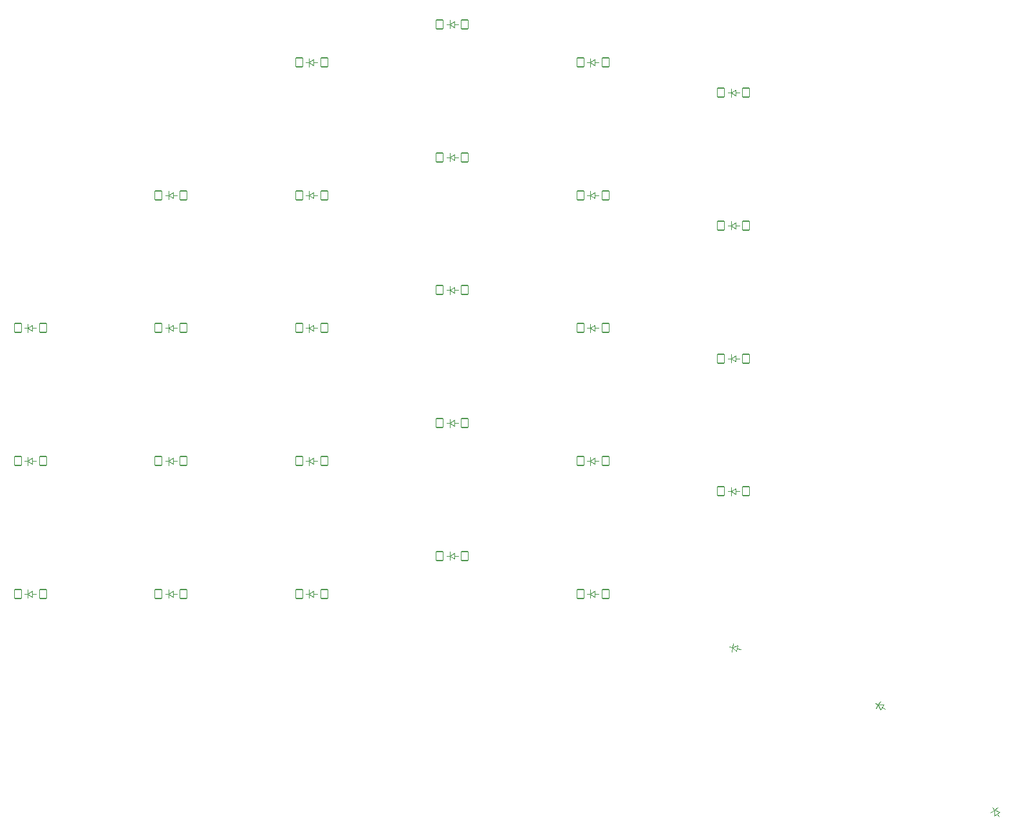
<source format=gbr>
%TF.GenerationSoftware,KiCad,Pcbnew,7.0.1*%
%TF.CreationDate,2023-03-19T14:30:15+01:00*%
%TF.ProjectId,grapto-v3w-left,67726170-746f-42d7-9633-772d6c656674,v1.0.0*%
%TF.SameCoordinates,Original*%
%TF.FileFunction,Legend,Top*%
%TF.FilePolarity,Positive*%
%FSLAX46Y46*%
G04 Gerber Fmt 4.6, Leading zero omitted, Abs format (unit mm)*
G04 Created by KiCad (PCBNEW 7.0.1) date 2023-03-19 14:30:15*
%MOMM*%
%LPD*%
G01*
G04 APERTURE LIST*
G04 Aperture macros list*
%AMRoundRect*
0 Rectangle with rounded corners*
0 $1 Rounding radius*
0 $2 $3 $4 $5 $6 $7 $8 $9 X,Y pos of 4 corners*
0 Add a 4 corners polygon primitive as box body*
4,1,4,$2,$3,$4,$5,$6,$7,$8,$9,$2,$3,0*
0 Add four circle primitives for the rounded corners*
1,1,$1+$1,$2,$3*
1,1,$1+$1,$4,$5*
1,1,$1+$1,$6,$7*
1,1,$1+$1,$8,$9*
0 Add four rect primitives between the rounded corners*
20,1,$1+$1,$2,$3,$4,$5,0*
20,1,$1+$1,$4,$5,$6,$7,0*
20,1,$1+$1,$6,$7,$8,$9,0*
20,1,$1+$1,$8,$9,$2,$3,0*%
%AMHorizOval*
0 Thick line with rounded ends*
0 $1 width*
0 $2 $3 position (X,Y) of the first rounded end (center of the circle)*
0 $4 $5 position (X,Y) of the second rounded end (center of the circle)*
0 Add line between two ends*
20,1,$1,$2,$3,$4,$5,0*
0 Add two circle primitives to create the rounded ends*
1,1,$1,$2,$3*
1,1,$1,$4,$5*%
G04 Aperture macros list end*
%ADD10C,0.100000*%
%ADD11RoundRect,0.050000X-0.450000X-0.600000X0.450000X-0.600000X0.450000X0.600000X-0.450000X0.600000X0*%
%ADD12C,1.801800*%
%ADD13C,3.100000*%
%ADD14C,3.529000*%
%ADD15RoundRect,0.050000X-0.749996X-0.002488X-0.207610X-0.720693X0.749996X0.002488X0.207610X0.720693X0*%
%ADD16RoundRect,0.050000X-0.560587X-0.498239X0.321345X-0.677670X0.560587X0.498239X-0.321345X0.677670X0*%
%ADD17RoundRect,0.050000X-0.700606X-0.267677X0.060800X-0.747531X0.700606X0.267677X-0.060800X0.747531X0*%
%ADD18C,2.100000*%
%ADD19C,1.000000*%
%ADD20C,0.700000*%
%ADD21C,0.750000*%
%ADD22O,1.100000X1.700000*%
%ADD23O,1.100000X2.000000*%
%ADD24RoundRect,0.050000X0.000000X-1.202082X1.202082X0.000000X0.000000X1.202082X-1.202082X0.000000X0*%
%ADD25HorizOval,1.800000X0.000000X0.000000X0.000000X0.000000X0*%
G04 APERTURE END LIST*
D10*
%TO.C,D105*%
X313250000Y-184500000D02*
X313650000Y-184500000D01*
X313650000Y-184500000D02*
X313650000Y-183950000D01*
X313650000Y-184500000D02*
X313650000Y-185050000D01*
X313650000Y-184500000D02*
X314250000Y-184100000D01*
X314250000Y-184100000D02*
X314250000Y-184900000D01*
X314250000Y-184500000D02*
X314750000Y-184500000D01*
X314250000Y-184900000D02*
X313650000Y-184500000D01*
%TO.C,D99*%
X276250000Y-114500000D02*
X276650000Y-114500000D01*
X276650000Y-114500000D02*
X276650000Y-113950000D01*
X276650000Y-114500000D02*
X276650000Y-115050000D01*
X276650000Y-114500000D02*
X277250000Y-114100000D01*
X277250000Y-114100000D02*
X277250000Y-114900000D01*
X277250000Y-114500000D02*
X277750000Y-114500000D01*
X277250000Y-114900000D02*
X276650000Y-114500000D01*
%TO.C,D112*%
X331750000Y-136000000D02*
X332150000Y-136000000D01*
X332150000Y-136000000D02*
X332150000Y-135450000D01*
X332150000Y-136000000D02*
X332150000Y-136550000D01*
X332150000Y-136000000D02*
X332750000Y-135600000D01*
X332750000Y-135600000D02*
X332750000Y-136400000D01*
X332750000Y-136000000D02*
X333250000Y-136000000D01*
X332750000Y-136400000D02*
X332150000Y-136000000D01*
%TO.C,D108*%
X313250000Y-132000000D02*
X313650000Y-132000000D01*
X313650000Y-132000000D02*
X313650000Y-131450000D01*
X313650000Y-132000000D02*
X313650000Y-132550000D01*
X313650000Y-132000000D02*
X314250000Y-131600000D01*
X314250000Y-131600000D02*
X314250000Y-132400000D01*
X314250000Y-132000000D02*
X314750000Y-132000000D01*
X314250000Y-132400000D02*
X313650000Y-132000000D01*
%TO.C,D92*%
X257750000Y-167000000D02*
X258150000Y-167000000D01*
X258150000Y-167000000D02*
X258150000Y-166450000D01*
X258150000Y-167000000D02*
X258150000Y-167550000D01*
X258150000Y-167000000D02*
X258750000Y-166600000D01*
X258750000Y-166600000D02*
X258750000Y-167400000D01*
X258750000Y-167000000D02*
X259250000Y-167000000D01*
X258750000Y-167400000D02*
X258150000Y-167000000D01*
%TO.C,D96*%
X276250000Y-167000000D02*
X276650000Y-167000000D01*
X276650000Y-167000000D02*
X276650000Y-166450000D01*
X276650000Y-167000000D02*
X276650000Y-167550000D01*
X276650000Y-167000000D02*
X277250000Y-166600000D01*
X277250000Y-166600000D02*
X277250000Y-167400000D01*
X277250000Y-167000000D02*
X277750000Y-167000000D01*
X277250000Y-167400000D02*
X276650000Y-167000000D01*
%TO.C,D94*%
X257750000Y-132000000D02*
X258150000Y-132000000D01*
X258150000Y-132000000D02*
X258150000Y-131450000D01*
X258150000Y-132000000D02*
X258150000Y-132550000D01*
X258150000Y-132000000D02*
X258750000Y-131600000D01*
X258750000Y-131600000D02*
X258750000Y-132400000D01*
X258750000Y-132000000D02*
X259250000Y-132000000D01*
X258750000Y-132400000D02*
X258150000Y-132000000D01*
%TO.C,D106*%
X313250000Y-167000000D02*
X313650000Y-167000000D01*
X313650000Y-167000000D02*
X313650000Y-166450000D01*
X313650000Y-167000000D02*
X313650000Y-167550000D01*
X313650000Y-167000000D02*
X314250000Y-166600000D01*
X314250000Y-166600000D02*
X314250000Y-167400000D01*
X314250000Y-167000000D02*
X314750000Y-167000000D01*
X314250000Y-167400000D02*
X313650000Y-167000000D01*
%TO.C,D111*%
X331750000Y-153500000D02*
X332150000Y-153500000D01*
X332150000Y-153500000D02*
X332150000Y-152950000D01*
X332150000Y-153500000D02*
X332150000Y-154050000D01*
X332150000Y-153500000D02*
X332750000Y-153100000D01*
X332750000Y-153100000D02*
X332750000Y-153900000D01*
X332750000Y-153500000D02*
X333250000Y-153500000D01*
X332750000Y-153900000D02*
X332150000Y-153500000D01*
%TO.C,D116*%
X366523690Y-212649592D02*
X366764750Y-212968794D01*
X366764750Y-212968794D02*
X367203653Y-212637336D01*
X366764750Y-212968794D02*
X366325847Y-213300252D01*
X366764750Y-212968794D02*
X367445543Y-213206537D01*
X367445543Y-213206537D02*
X366807139Y-213688658D01*
X367126341Y-213447597D02*
X367427666Y-213846600D01*
X366807139Y-213688658D02*
X366764750Y-212968794D01*
%TO.C,D98*%
X276250000Y-132000000D02*
X276650000Y-132000000D01*
X276650000Y-132000000D02*
X276650000Y-131450000D01*
X276650000Y-132000000D02*
X276650000Y-132550000D01*
X276650000Y-132000000D02*
X277250000Y-131600000D01*
X277250000Y-131600000D02*
X277250000Y-132400000D01*
X277250000Y-132000000D02*
X277750000Y-132000000D01*
X277250000Y-132400000D02*
X276650000Y-132000000D01*
%TO.C,D110*%
X331750000Y-171000000D02*
X332150000Y-171000000D01*
X332150000Y-171000000D02*
X332150000Y-170450000D01*
X332150000Y-171000000D02*
X332150000Y-171550000D01*
X332150000Y-171000000D02*
X332750000Y-170600000D01*
X332750000Y-170600000D02*
X332750000Y-171400000D01*
X332750000Y-171000000D02*
X333250000Y-171000000D01*
X332750000Y-171400000D02*
X332150000Y-171000000D01*
%TO.C,D95*%
X276250000Y-184500000D02*
X276650000Y-184500000D01*
X276650000Y-184500000D02*
X276650000Y-183950000D01*
X276650000Y-184500000D02*
X276650000Y-185050000D01*
X276650000Y-184500000D02*
X277250000Y-184100000D01*
X277250000Y-184100000D02*
X277250000Y-184900000D01*
X277250000Y-184500000D02*
X277750000Y-184500000D01*
X277250000Y-184900000D02*
X276650000Y-184500000D01*
%TO.C,D93*%
X257750000Y-149500000D02*
X258150000Y-149500000D01*
X258150000Y-149500000D02*
X258150000Y-148950000D01*
X258150000Y-149500000D02*
X258150000Y-150050000D01*
X258150000Y-149500000D02*
X258750000Y-149100000D01*
X258750000Y-149100000D02*
X258750000Y-149900000D01*
X258750000Y-149500000D02*
X259250000Y-149500000D01*
X258750000Y-149900000D02*
X258150000Y-149500000D01*
%TO.C,D113*%
X331750000Y-118500000D02*
X332150000Y-118500000D01*
X332150000Y-118500000D02*
X332150000Y-117950000D01*
X332150000Y-118500000D02*
X332150000Y-119050000D01*
X332150000Y-118500000D02*
X332750000Y-118100000D01*
X332750000Y-118100000D02*
X332750000Y-118900000D01*
X332750000Y-118500000D02*
X333250000Y-118500000D01*
X332750000Y-118900000D02*
X332150000Y-118500000D01*
%TO.C,D102*%
X294750000Y-144500000D02*
X295150000Y-144500000D01*
X295150000Y-144500000D02*
X295150000Y-143950000D01*
X295150000Y-144500000D02*
X295150000Y-145050000D01*
X295150000Y-144500000D02*
X295750000Y-144100000D01*
X295750000Y-144100000D02*
X295750000Y-144900000D01*
X295750000Y-144500000D02*
X296250000Y-144500000D01*
X295750000Y-144900000D02*
X295150000Y-144500000D01*
%TO.C,D100*%
X294750000Y-179500000D02*
X295150000Y-179500000D01*
X295150000Y-179500000D02*
X295150000Y-178950000D01*
X295150000Y-179500000D02*
X295150000Y-180050000D01*
X295150000Y-179500000D02*
X295750000Y-179100000D01*
X295750000Y-179100000D02*
X295750000Y-179900000D01*
X295750000Y-179500000D02*
X296250000Y-179500000D01*
X295750000Y-179900000D02*
X295150000Y-179500000D01*
%TO.C,D89*%
X239250000Y-167000000D02*
X239650000Y-167000000D01*
X239650000Y-167000000D02*
X239650000Y-166450000D01*
X239650000Y-167000000D02*
X239650000Y-167550000D01*
X239650000Y-167000000D02*
X240250000Y-166600000D01*
X240250000Y-166600000D02*
X240250000Y-167400000D01*
X240250000Y-167000000D02*
X240750000Y-167000000D01*
X240250000Y-167400000D02*
X239650000Y-167000000D01*
%TO.C,D104*%
X294750000Y-109500000D02*
X295150000Y-109500000D01*
X295150000Y-109500000D02*
X295150000Y-108950000D01*
X295150000Y-109500000D02*
X295150000Y-110050000D01*
X295150000Y-109500000D02*
X295750000Y-109100000D01*
X295750000Y-109100000D02*
X295750000Y-109900000D01*
X295750000Y-109500000D02*
X296250000Y-109500000D01*
X295750000Y-109900000D02*
X295150000Y-109500000D01*
%TO.C,D97*%
X276250000Y-149500000D02*
X276650000Y-149500000D01*
X276650000Y-149500000D02*
X276650000Y-148950000D01*
X276650000Y-149500000D02*
X276650000Y-150050000D01*
X276650000Y-149500000D02*
X277250000Y-149100000D01*
X277250000Y-149100000D02*
X277250000Y-149900000D01*
X277250000Y-149500000D02*
X277750000Y-149500000D01*
X277250000Y-149900000D02*
X276650000Y-149500000D01*
%TO.C,D91*%
X257750000Y-184500000D02*
X258150000Y-184500000D01*
X258150000Y-184500000D02*
X258150000Y-183950000D01*
X258150000Y-184500000D02*
X258150000Y-185050000D01*
X258150000Y-184500000D02*
X258750000Y-184100000D01*
X258750000Y-184100000D02*
X258750000Y-184900000D01*
X258750000Y-184500000D02*
X259250000Y-184500000D01*
X258750000Y-184900000D02*
X258150000Y-184500000D01*
%TO.C,D103*%
X294750000Y-127000000D02*
X295150000Y-127000000D01*
X295150000Y-127000000D02*
X295150000Y-126450000D01*
X295150000Y-127000000D02*
X295150000Y-127550000D01*
X295150000Y-127000000D02*
X295750000Y-126600000D01*
X295750000Y-126600000D02*
X295750000Y-127400000D01*
X295750000Y-127000000D02*
X296250000Y-127000000D01*
X295750000Y-127400000D02*
X295150000Y-127000000D01*
%TO.C,D109*%
X313250000Y-114500000D02*
X313650000Y-114500000D01*
X313650000Y-114500000D02*
X313650000Y-113950000D01*
X313650000Y-114500000D02*
X313650000Y-115050000D01*
X313650000Y-114500000D02*
X314250000Y-114100000D01*
X314250000Y-114100000D02*
X314250000Y-114900000D01*
X314250000Y-114500000D02*
X314750000Y-114500000D01*
X314250000Y-114900000D02*
X313650000Y-114500000D01*
%TO.C,D101*%
X294750000Y-162000000D02*
X295150000Y-162000000D01*
X295150000Y-162000000D02*
X295150000Y-161450000D01*
X295150000Y-162000000D02*
X295150000Y-162550000D01*
X295150000Y-162000000D02*
X295750000Y-161600000D01*
X295750000Y-161600000D02*
X295750000Y-162400000D01*
X295750000Y-162000000D02*
X296250000Y-162000000D01*
X295750000Y-162400000D02*
X295150000Y-162000000D01*
%TO.C,D90*%
X239250000Y-149500000D02*
X239650000Y-149500000D01*
X239650000Y-149500000D02*
X239650000Y-148950000D01*
X239650000Y-149500000D02*
X239650000Y-150050000D01*
X239650000Y-149500000D02*
X240250000Y-149100000D01*
X240250000Y-149100000D02*
X240250000Y-149900000D01*
X240250000Y-149500000D02*
X240750000Y-149500000D01*
X240250000Y-149900000D02*
X239650000Y-149500000D01*
%TO.C,D114*%
X331938839Y-191480789D02*
X332330809Y-191560536D01*
X332330809Y-191560536D02*
X332440462Y-191021578D01*
X332330809Y-191560536D02*
X332221157Y-192099495D01*
X332330809Y-191560536D02*
X332998511Y-191288187D01*
X332998511Y-191288187D02*
X332839017Y-192072127D01*
X332918764Y-191680157D02*
X333408727Y-191779841D01*
X332839017Y-192072127D02*
X332330809Y-191560536D01*
%TO.C,D115*%
X351166229Y-198903914D02*
X351504632Y-199117183D01*
X351504632Y-199117183D02*
X351797876Y-198651879D01*
X351504632Y-199117183D02*
X351211387Y-199582487D01*
X351504632Y-199117183D02*
X352225504Y-199098683D01*
X352225504Y-199098683D02*
X351798967Y-199775489D01*
X352012236Y-199437086D02*
X352435239Y-199703672D01*
X351798967Y-199775489D02*
X351504632Y-199117183D01*
%TO.C,D88*%
X239250000Y-184500000D02*
X239650000Y-184500000D01*
X239650000Y-184500000D02*
X239650000Y-183950000D01*
X239650000Y-184500000D02*
X239650000Y-185050000D01*
X239650000Y-184500000D02*
X240250000Y-184100000D01*
X240250000Y-184100000D02*
X240250000Y-184900000D01*
X240250000Y-184500000D02*
X240750000Y-184500000D01*
X240250000Y-184900000D02*
X239650000Y-184500000D01*
%TO.C,D107*%
X313250000Y-149500000D02*
X313650000Y-149500000D01*
X313650000Y-149500000D02*
X313650000Y-148950000D01*
X313650000Y-149500000D02*
X313650000Y-150050000D01*
X313650000Y-149500000D02*
X314250000Y-149100000D01*
X314250000Y-149100000D02*
X314250000Y-149900000D01*
X314250000Y-149500000D02*
X314750000Y-149500000D01*
X314250000Y-149900000D02*
X313650000Y-149500000D01*
%TD*%
%LPC*%
D11*
%TO.C,D105*%
X312350000Y-184500000D03*
X315650000Y-184500000D03*
%TD*%
D12*
%TO.C,S18*%
X308500000Y-180000000D03*
D13*
X314000000Y-174050000D03*
D14*
X314000000Y-180000000D03*
D13*
X319000000Y-176250000D03*
D12*
X319500000Y-180000000D03*
%TD*%
%TO.C,S103*%
X290000000Y-122500000D03*
D13*
X295500000Y-116550000D03*
D14*
X295500000Y-122500000D03*
D13*
X300500000Y-118750000D03*
D12*
X301000000Y-122500000D03*
%TD*%
%TO.C,S94*%
X253000000Y-127500000D03*
D13*
X258500000Y-121550000D03*
D14*
X258500000Y-127500000D03*
D13*
X263500000Y-123750000D03*
D12*
X264000000Y-127500000D03*
%TD*%
%TO.C,S115*%
X349546967Y-192564317D03*
D13*
X357372377Y-190463019D03*
D14*
X354200006Y-195496761D03*
D13*
X360429435Y-194990092D03*
D12*
X358853045Y-198429205D03*
%TD*%
%TO.C,S98*%
X271500000Y-127500000D03*
D13*
X277000000Y-121550000D03*
D14*
X277000000Y-127500000D03*
D13*
X282000000Y-123750000D03*
D12*
X282500000Y-127500000D03*
%TD*%
%TO.C,S111*%
X327000000Y-149000000D03*
D13*
X332500000Y-143050000D03*
D14*
X332500000Y-149000000D03*
D13*
X337500000Y-145250000D03*
D12*
X338000000Y-149000000D03*
%TD*%
%TO.C,S28*%
X349546967Y-192564317D03*
D13*
X357372377Y-190463019D03*
D14*
X354200006Y-195496761D03*
D13*
X360429435Y-194990092D03*
D12*
X358853045Y-198429205D03*
%TD*%
D11*
%TO.C,D99*%
X275350000Y-114500000D03*
X278650000Y-114500000D03*
%TD*%
D12*
%TO.C,S13*%
X290000000Y-175000000D03*
D13*
X295500000Y-169050000D03*
D14*
X295500000Y-175000000D03*
D13*
X300500000Y-171250000D03*
D12*
X301000000Y-175000000D03*
%TD*%
D11*
%TO.C,D112*%
X330850000Y-136000000D03*
X334150000Y-136000000D03*
%TD*%
%TO.C,D108*%
X312350000Y-132000000D03*
X315650000Y-132000000D03*
%TD*%
D12*
%TO.C,S8*%
X271500000Y-180000000D03*
D13*
X277000000Y-174050000D03*
D14*
X277000000Y-180000000D03*
D13*
X282000000Y-176250000D03*
D12*
X282500000Y-180000000D03*
%TD*%
%TO.C,S110*%
X327000000Y-166500000D03*
D13*
X332500000Y-160550000D03*
D14*
X332500000Y-166500000D03*
D13*
X337500000Y-162750000D03*
D12*
X338000000Y-166500000D03*
%TD*%
%TO.C,S90*%
X234500000Y-145000000D03*
D13*
X240000000Y-139050000D03*
D14*
X240000000Y-145000000D03*
D13*
X245000000Y-141250000D03*
D12*
X245500000Y-145000000D03*
%TD*%
%TO.C,S97*%
X271500000Y-145000000D03*
D13*
X277000000Y-139050000D03*
D14*
X277000000Y-145000000D03*
D13*
X282000000Y-141250000D03*
D12*
X282500000Y-145000000D03*
%TD*%
%TO.C,S5*%
X253000000Y-162500000D03*
D13*
X258500000Y-156550000D03*
D14*
X258500000Y-162500000D03*
D13*
X263500000Y-158750000D03*
D12*
X264000000Y-162500000D03*
%TD*%
%TO.C,S100*%
X290000000Y-175000000D03*
D13*
X295500000Y-169050000D03*
D14*
X295500000Y-175000000D03*
D13*
X300500000Y-171250000D03*
D12*
X301000000Y-175000000D03*
%TD*%
%TO.C,S24*%
X327000000Y-149000000D03*
D13*
X332500000Y-143050000D03*
D14*
X332500000Y-149000000D03*
D13*
X337500000Y-145250000D03*
D12*
X338000000Y-149000000D03*
%TD*%
D11*
%TO.C,D92*%
X256850000Y-167000000D03*
X260150000Y-167000000D03*
%TD*%
%TO.C,D96*%
X275350000Y-167000000D03*
X278650000Y-167000000D03*
%TD*%
%TO.C,D94*%
X256850000Y-132000000D03*
X260150000Y-132000000D03*
%TD*%
D12*
%TO.C,S92*%
X253000000Y-162500000D03*
D13*
X258500000Y-156550000D03*
D14*
X258500000Y-162500000D03*
D13*
X263500000Y-158750000D03*
D12*
X264000000Y-162500000D03*
%TD*%
%TO.C,S104*%
X290000000Y-105000000D03*
D13*
X295500000Y-99050000D03*
D14*
X295500000Y-105000000D03*
D13*
X300500000Y-101250000D03*
D12*
X301000000Y-105000000D03*
%TD*%
%TO.C,S15*%
X290000000Y-140000000D03*
D13*
X295500000Y-134050000D03*
D14*
X295500000Y-140000000D03*
D13*
X300500000Y-136250000D03*
D12*
X301000000Y-140000000D03*
%TD*%
D11*
%TO.C,D106*%
X312350000Y-167000000D03*
X315650000Y-167000000D03*
%TD*%
%TO.C,D111*%
X330850000Y-153500000D03*
X334150000Y-153500000D03*
%TD*%
D12*
%TO.C,S116*%
X367252119Y-206147140D03*
D13*
X375314829Y-206950393D03*
D14*
X370566700Y-210536167D03*
D13*
X376572473Y-212266250D03*
D12*
X373881281Y-214925194D03*
%TD*%
D15*
%TO.C,D116*%
X365981304Y-211931388D03*
X367970052Y-214564804D03*
%TD*%
D11*
%TO.C,D98*%
X275350000Y-132000000D03*
X278650000Y-132000000D03*
%TD*%
%TO.C,D110*%
X330850000Y-171000000D03*
X334150000Y-171000000D03*
%TD*%
%TO.C,D95*%
X275350000Y-184500000D03*
X278650000Y-184500000D03*
%TD*%
D12*
%TO.C,S23*%
X327000000Y-166500000D03*
D13*
X332500000Y-160550000D03*
D14*
X332500000Y-166500000D03*
D13*
X337500000Y-162750000D03*
D12*
X338000000Y-166500000D03*
%TD*%
%TO.C,S6*%
X253000000Y-145000000D03*
D13*
X258500000Y-139050000D03*
D14*
X258500000Y-145000000D03*
D13*
X263500000Y-141250000D03*
D12*
X264000000Y-145000000D03*
%TD*%
%TO.C,S26*%
X327000000Y-114000000D03*
D13*
X332500000Y-108050000D03*
D14*
X332500000Y-114000000D03*
D13*
X337500000Y-110250000D03*
D12*
X338000000Y-114000000D03*
%TD*%
D11*
%TO.C,D93*%
X256850000Y-149500000D03*
X260150000Y-149500000D03*
%TD*%
D12*
%TO.C,S114*%
X328181352Y-186124129D03*
D13*
X334757177Y-181390101D03*
D14*
X333570938Y-187220653D03*
D13*
X339218191Y-184542775D03*
D12*
X338960524Y-188317177D03*
%TD*%
D11*
%TO.C,D113*%
X330850000Y-118500000D03*
X334150000Y-118500000D03*
%TD*%
D12*
%TO.C,S99*%
X271500000Y-110000000D03*
D13*
X277000000Y-104050000D03*
D14*
X277000000Y-110000000D03*
D13*
X282000000Y-106250000D03*
D12*
X282500000Y-110000000D03*
%TD*%
%TO.C,S106*%
X308500000Y-162500000D03*
D13*
X314000000Y-156550000D03*
D14*
X314000000Y-162500000D03*
D13*
X319000000Y-158750000D03*
D12*
X319500000Y-162500000D03*
%TD*%
D11*
%TO.C,D102*%
X293850000Y-144500000D03*
X297150000Y-144500000D03*
%TD*%
D12*
%TO.C,S89*%
X234500000Y-162500000D03*
D13*
X240000000Y-156550000D03*
D14*
X240000000Y-162500000D03*
D13*
X245000000Y-158750000D03*
D12*
X245500000Y-162500000D03*
%TD*%
D11*
%TO.C,D100*%
X293850000Y-179500000D03*
X297150000Y-179500000D03*
%TD*%
D12*
%TO.C,S3*%
X234500000Y-145000000D03*
D13*
X240000000Y-139050000D03*
D14*
X240000000Y-145000000D03*
D13*
X245000000Y-141250000D03*
D12*
X245500000Y-145000000D03*
%TD*%
%TO.C,S9*%
X271500000Y-162500000D03*
D13*
X277000000Y-156550000D03*
D14*
X277000000Y-162500000D03*
D13*
X282000000Y-158750000D03*
D12*
X282500000Y-162500000D03*
%TD*%
%TO.C,S101*%
X290000000Y-157500000D03*
D13*
X295500000Y-151550000D03*
D14*
X295500000Y-157500000D03*
D13*
X300500000Y-153750000D03*
D12*
X301000000Y-157500000D03*
%TD*%
%TO.C,S2*%
X234500000Y-162500000D03*
D13*
X240000000Y-156550000D03*
D14*
X240000000Y-162500000D03*
D13*
X245000000Y-158750000D03*
D12*
X245500000Y-162500000D03*
%TD*%
%TO.C,S14*%
X290000000Y-157500000D03*
D13*
X295500000Y-151550000D03*
D14*
X295500000Y-157500000D03*
D13*
X300500000Y-153750000D03*
D12*
X301000000Y-157500000D03*
%TD*%
%TO.C,S107*%
X308500000Y-145000000D03*
D13*
X314000000Y-139050000D03*
D14*
X314000000Y-145000000D03*
D13*
X319000000Y-141250000D03*
D12*
X319500000Y-145000000D03*
%TD*%
%TO.C,S109*%
X308500000Y-110000000D03*
D13*
X314000000Y-104050000D03*
D14*
X314000000Y-110000000D03*
D13*
X319000000Y-106250000D03*
D12*
X319500000Y-110000000D03*
%TD*%
%TO.C,S16*%
X290000000Y-122500000D03*
D13*
X295500000Y-116550000D03*
D14*
X295500000Y-122500000D03*
D13*
X300500000Y-118750000D03*
D12*
X301000000Y-122500000D03*
%TD*%
D11*
%TO.C,D89*%
X238350000Y-167000000D03*
X241650000Y-167000000D03*
%TD*%
D12*
%TO.C,S20*%
X308500000Y-145000000D03*
D13*
X314000000Y-139050000D03*
D14*
X314000000Y-145000000D03*
D13*
X319000000Y-141250000D03*
D12*
X319500000Y-145000000D03*
%TD*%
%TO.C,S22*%
X308500000Y-110000000D03*
D13*
X314000000Y-104050000D03*
D14*
X314000000Y-110000000D03*
D13*
X319000000Y-106250000D03*
D12*
X319500000Y-110000000D03*
%TD*%
%TO.C,S112*%
X327000000Y-131500000D03*
D13*
X332500000Y-125550000D03*
D14*
X332500000Y-131500000D03*
D13*
X337500000Y-127750000D03*
D12*
X338000000Y-131500000D03*
%TD*%
D11*
%TO.C,D104*%
X293850000Y-109500000D03*
X297150000Y-109500000D03*
%TD*%
D12*
%TO.C,S25*%
X327000000Y-131500000D03*
D13*
X332500000Y-125550000D03*
D14*
X332500000Y-131500000D03*
D13*
X337500000Y-127750000D03*
D12*
X338000000Y-131500000D03*
%TD*%
%TO.C,S10*%
X271500000Y-145000000D03*
D13*
X277000000Y-139050000D03*
D14*
X277000000Y-145000000D03*
D13*
X282000000Y-141250000D03*
D12*
X282500000Y-145000000D03*
%TD*%
%TO.C,S96*%
X271500000Y-162500000D03*
D13*
X277000000Y-156550000D03*
D14*
X277000000Y-162500000D03*
D13*
X282000000Y-158750000D03*
D12*
X282500000Y-162500000D03*
%TD*%
D11*
%TO.C,D97*%
X275350000Y-149500000D03*
X278650000Y-149500000D03*
%TD*%
D12*
%TO.C,S4*%
X253000000Y-180000000D03*
D13*
X258500000Y-174050000D03*
D14*
X258500000Y-180000000D03*
D13*
X263500000Y-176250000D03*
D12*
X264000000Y-180000000D03*
%TD*%
D11*
%TO.C,D91*%
X256850000Y-184500000D03*
X260150000Y-184500000D03*
%TD*%
D12*
%TO.C,S1*%
X234500000Y-180000000D03*
D13*
X240000000Y-174050000D03*
D14*
X240000000Y-180000000D03*
D13*
X245000000Y-176250000D03*
D12*
X245500000Y-180000000D03*
%TD*%
%TO.C,S113*%
X327000000Y-114000000D03*
D13*
X332500000Y-108050000D03*
D14*
X332500000Y-114000000D03*
D13*
X337500000Y-110250000D03*
D12*
X338000000Y-114000000D03*
%TD*%
D11*
%TO.C,D103*%
X293850000Y-127000000D03*
X297150000Y-127000000D03*
%TD*%
D12*
%TO.C,S21*%
X308500000Y-127500000D03*
D13*
X314000000Y-121550000D03*
D14*
X314000000Y-127500000D03*
D13*
X319000000Y-123750000D03*
D12*
X319500000Y-127500000D03*
%TD*%
%TO.C,S95*%
X271500000Y-180000000D03*
D13*
X277000000Y-174050000D03*
D14*
X277000000Y-180000000D03*
D13*
X282000000Y-176250000D03*
D12*
X282500000Y-180000000D03*
%TD*%
D11*
%TO.C,D109*%
X312350000Y-114500000D03*
X315650000Y-114500000D03*
%TD*%
D12*
%TO.C,S105*%
X308500000Y-180000000D03*
D13*
X314000000Y-174050000D03*
D14*
X314000000Y-180000000D03*
D13*
X319000000Y-176250000D03*
D12*
X319500000Y-180000000D03*
%TD*%
%TO.C,S17*%
X290000000Y-105000000D03*
D13*
X295500000Y-99050000D03*
D14*
X295500000Y-105000000D03*
D13*
X300500000Y-101250000D03*
D12*
X301000000Y-105000000D03*
%TD*%
D11*
%TO.C,D101*%
X293850000Y-162000000D03*
X297150000Y-162000000D03*
%TD*%
D12*
%TO.C,S88*%
X234500000Y-180000000D03*
D13*
X240000000Y-174050000D03*
D14*
X240000000Y-180000000D03*
D13*
X245000000Y-176250000D03*
D12*
X245500000Y-180000000D03*
%TD*%
%TO.C,S27*%
X328181352Y-186124129D03*
D13*
X334757177Y-181390101D03*
D14*
X333570938Y-187220653D03*
D13*
X339218191Y-184542775D03*
D12*
X338960524Y-188317177D03*
%TD*%
%TO.C,S12*%
X271500000Y-110000000D03*
D13*
X277000000Y-104050000D03*
D14*
X277000000Y-110000000D03*
D13*
X282000000Y-106250000D03*
D12*
X282500000Y-110000000D03*
%TD*%
D11*
%TO.C,D90*%
X238350000Y-149500000D03*
X241650000Y-149500000D03*
%TD*%
D12*
%TO.C,S108*%
X308500000Y-127500000D03*
D13*
X314000000Y-121550000D03*
D14*
X314000000Y-127500000D03*
D13*
X319000000Y-123750000D03*
D12*
X319500000Y-127500000D03*
%TD*%
D16*
%TO.C,D114*%
X331056907Y-191301358D03*
X334290659Y-191959272D03*
%TD*%
D12*
%TO.C,S11*%
X271500000Y-127500000D03*
D13*
X277000000Y-121550000D03*
D14*
X277000000Y-127500000D03*
D13*
X282000000Y-123750000D03*
D12*
X282500000Y-127500000D03*
%TD*%
%TO.C,S91*%
X253000000Y-180000000D03*
D13*
X258500000Y-174050000D03*
D14*
X258500000Y-180000000D03*
D13*
X263500000Y-176250000D03*
D12*
X264000000Y-180000000D03*
%TD*%
%TO.C,S7*%
X253000000Y-127500000D03*
D13*
X258500000Y-121550000D03*
D14*
X258500000Y-127500000D03*
D13*
X263500000Y-123750000D03*
D12*
X264000000Y-127500000D03*
%TD*%
%TO.C,S93*%
X253000000Y-145000000D03*
D13*
X258500000Y-139050000D03*
D14*
X258500000Y-145000000D03*
D13*
X263500000Y-141250000D03*
D12*
X264000000Y-145000000D03*
%TD*%
%TO.C,S19*%
X308500000Y-162500000D03*
D13*
X314000000Y-156550000D03*
D14*
X314000000Y-162500000D03*
D13*
X319000000Y-158750000D03*
D12*
X319500000Y-162500000D03*
%TD*%
D17*
%TO.C,D115*%
X350404822Y-198424060D03*
X353196646Y-200183526D03*
%TD*%
D11*
%TO.C,D88*%
X238350000Y-184500000D03*
X241650000Y-184500000D03*
%TD*%
%TO.C,D107*%
X312350000Y-149500000D03*
X315650000Y-149500000D03*
%TD*%
D12*
%TO.C,S29*%
X367252119Y-206147140D03*
D13*
X375314829Y-206950393D03*
D14*
X370566700Y-210536167D03*
D13*
X376572473Y-212266250D03*
D12*
X373881281Y-214925194D03*
%TD*%
%TO.C,S102*%
X290000000Y-140000000D03*
D13*
X295500000Y-134050000D03*
D14*
X295500000Y-140000000D03*
D13*
X300500000Y-136250000D03*
D12*
X301000000Y-140000000D03*
%TD*%
D18*
%TO.C,J2*%
X313960000Y-98570000D03*
%TD*%
%TO.C,TP16*%
X347700000Y-145800000D03*
%TD*%
D19*
%TO.C,SW31*%
X346796619Y-113924391D03*
X348007255Y-116669270D03*
%TD*%
D18*
%TO.C,TP13*%
X340500000Y-100560000D03*
%TD*%
D20*
%TO.C,J6*%
X329610000Y-100350000D03*
D21*
X335390000Y-100350000D03*
D22*
X328180000Y-96670000D03*
D23*
X328180000Y-100870000D03*
D22*
X336820000Y-96670000D03*
D23*
X336820000Y-100870000D03*
%TD*%
D18*
%TO.C,TP1*%
X342150000Y-135440000D03*
%TD*%
%TO.C,TP10*%
X356760000Y-138860000D03*
%TD*%
%TO.C,TP14*%
X341410000Y-153220000D03*
%TD*%
%TO.C,TP15*%
X307070000Y-97090000D03*
%TD*%
%TO.C,TP22*%
X343940000Y-191410000D03*
%TD*%
%TO.C,TP18*%
X362330000Y-159290000D03*
%TD*%
%TO.C,TP17*%
X360870000Y-155530000D03*
%TD*%
%TO.C,TP11*%
X361300000Y-148000000D03*
%TD*%
D24*
%TO.C,J8*%
X378166051Y-198676051D03*
D25*
X376370000Y-196880000D03*
X374573949Y-195083949D03*
X372777897Y-193287897D03*
X370981846Y-191491846D03*
X369185795Y-189695795D03*
%TD*%
M02*

</source>
